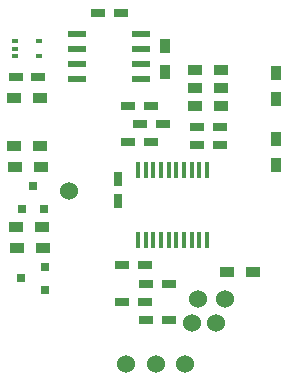
<source format=gbs>
G04 #@! TF.FileFunction,Soldermask,Bot*
%FSLAX46Y46*%
G04 Gerber Fmt 4.6, Leading zero omitted, Abs format (unit mm)*
G04 Created by KiCad (PCBNEW 4.0.4-stable) date 11/08/16 21:01:40*
%MOMM*%
%LPD*%
G01*
G04 APERTURE LIST*
%ADD10C,0.100000*%
%ADD11R,1.200000X0.750000*%
%ADD12R,1.550000X0.600000*%
%ADD13R,0.450000X1.450000*%
%ADD14R,0.750000X1.200000*%
%ADD15R,1.200000X0.900000*%
%ADD16R,0.900000X1.200000*%
%ADD17C,1.524000*%
%ADD18R,0.508000X0.304800*%
%ADD19R,0.800100X0.800100*%
G04 APERTURE END LIST*
D10*
D11*
X133284000Y-90170000D03*
X131384000Y-90170000D03*
D12*
X141986000Y-86487000D03*
X141986000Y-87757000D03*
X141986000Y-89027000D03*
X141986000Y-90297000D03*
X136586000Y-90297000D03*
X136586000Y-89027000D03*
X136586000Y-87757000D03*
X136586000Y-86487000D03*
D13*
X141728000Y-98015000D03*
X142378000Y-98015000D03*
X143028000Y-98015000D03*
X143678000Y-98015000D03*
X144328000Y-98015000D03*
X144978000Y-98015000D03*
X145628000Y-98015000D03*
X146278000Y-98015000D03*
X146928000Y-98015000D03*
X147578000Y-98015000D03*
X147578000Y-103915000D03*
X146928000Y-103915000D03*
X146278000Y-103915000D03*
X145628000Y-103915000D03*
X144978000Y-103915000D03*
X144328000Y-103915000D03*
X143678000Y-103915000D03*
X143028000Y-103915000D03*
X142378000Y-103915000D03*
X141728000Y-103915000D03*
D11*
X140401000Y-106045000D03*
X142301000Y-106045000D03*
X142433000Y-110744000D03*
X144333000Y-110744000D03*
X140909000Y-92583000D03*
X142809000Y-92583000D03*
X146751000Y-95885000D03*
X148651000Y-95885000D03*
X140401000Y-109220000D03*
X142301000Y-109220000D03*
X144333000Y-107696000D03*
X142433000Y-107696000D03*
X140909000Y-95631000D03*
X142809000Y-95631000D03*
X141925000Y-94107000D03*
X143825000Y-94107000D03*
X146751000Y-94361000D03*
X148651000Y-94361000D03*
D14*
X140081000Y-98745000D03*
X140081000Y-100645000D03*
D11*
X138369000Y-84709000D03*
X140269000Y-84709000D03*
D15*
X148801000Y-91059000D03*
X146601000Y-91059000D03*
X148801000Y-92583000D03*
X146601000Y-92583000D03*
X148801000Y-89535000D03*
X146601000Y-89535000D03*
D16*
X153416000Y-92032000D03*
X153416000Y-89832000D03*
X153416000Y-97620000D03*
X153416000Y-95420000D03*
D15*
X151468000Y-106680000D03*
X149268000Y-106680000D03*
D16*
X144018000Y-87546000D03*
X144018000Y-89746000D03*
D15*
X133434000Y-96012000D03*
X131234000Y-96012000D03*
X133688000Y-104648000D03*
X131488000Y-104648000D03*
X133604000Y-102870000D03*
X131404000Y-102870000D03*
X131318000Y-97790000D03*
X133518000Y-97790000D03*
X131234000Y-91948000D03*
X133434000Y-91948000D03*
D17*
X145756000Y-114427000D03*
X143256000Y-114427000D03*
X140716000Y-114427000D03*
D18*
X131318000Y-88392000D03*
X131318000Y-87122000D03*
X133350000Y-88392000D03*
X131318000Y-87757000D03*
X133350000Y-87122000D03*
D19*
X133842760Y-106238000D03*
X133842760Y-108138000D03*
X131843780Y-107188000D03*
X133792000Y-101330760D03*
X131892000Y-101330760D03*
X132842000Y-99331780D03*
D17*
X135890000Y-99822000D03*
X149098000Y-108966000D03*
X146812000Y-108966000D03*
X148336000Y-110998000D03*
X146304000Y-110998000D03*
M02*

</source>
